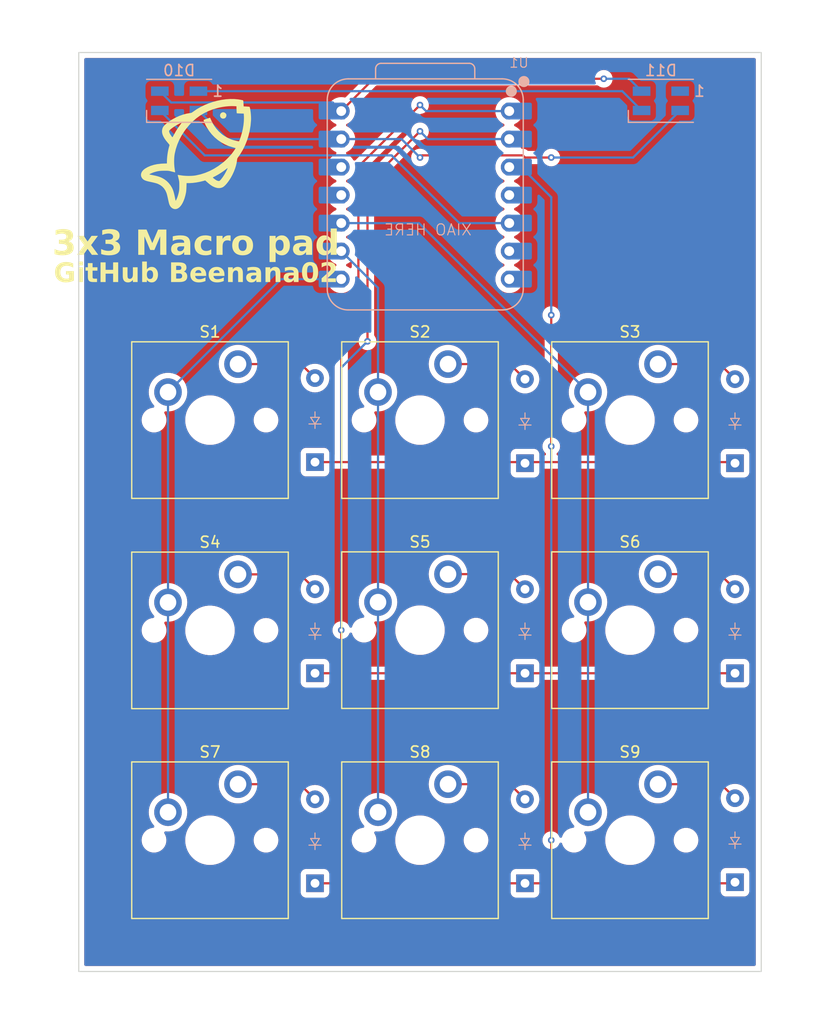
<source format=kicad_pcb>
(kicad_pcb (version 20240108) (generator "pcbnew") (generator_version "8.0")
  (layers (0 "F.Cu" signal) (31 "B.Cu" signal) (34 "B.Paste" user) (35 "F.Paste" user) (36 "B.SilkS" user "B.Silkscreen") (37 "F.SilkS" user "F.Silkscreen") (38 "B.Mask" user) (39 "F.Mask" user) (44 "Edge.Cuts" user))
  (net 0 "")
  (net 1 "Row 0")
  (net 2 "Net-(D1-A)")
  (net 3 "Net-(D2-A)")
  (net 4 "Net-(D3-A)")
  (net 5 "Net-(D4-A)")
  (net 6 "Row 1")
  (net 7 "Net-(D5-A)")
  (net 8 "Net-(D6-A)")
  (net 9 "Net-(D7-A)")
  (net 10 "Row 2")
  (net 11 "Net-(D8-A)")
  (net 12 "Net-(D9-A)")
  (net 13 "Column 0")
  (net 14 "Column 1")
  (net 15 "Column 2")
  (net 16 "GND")
  (net 19 "Net-(D10-DIN)")
  (net 21 "Net-(D10-DOUT)")
  (net 24 "+5V")
  (footprint "ScottoKeebs_MX:MX_PCB_1.00u" (layer "F.Cu") (at 148.59 116.99875)
    (property "Reference" "S8" (at 0 -8 0) (layer "F.SilkS"))
    (property "Value" "Keyswitch")
    (fp_line (start -7.1 -7.1) (end -7.1 7.1) (stroke (width 0.12)) (layer "F.SilkS"))
    (fp_line (start -7.1 7.1) (end 7.1 7.1) (stroke (width 0.12)) (layer "F.SilkS"))
    (fp_line (start 7.1 -7.1) (end -7.1 -7.1) (stroke (width 0.12)) (layer "F.SilkS"))
    (fp_line (start 7.1 7.1) (end 7.1 -7.1) (stroke (width 0.12)) (layer "F.SilkS"))
    (pad "" np_thru_hole circle (at -5.08 0) (size 1.75 1.75) (drill 1.75) (layers "*.Cu" "*.Mask"))
    (pad "" np_thru_hole circle (at 0 0) (size 4 4) (drill 4) (layers "*.Cu" "*.Mask"))
    (pad "" np_thru_hole circle (at 5.08 0) (size 1.75 1.75) (drill 1.75) (layers "*.Cu" "*.Mask"))
    (pad "1" thru_hole circle (at -3.81 -2.54) (size 2.5 2.5) (drill 1.5) (layers "*.Cu" "*.Mask") (net 14 "Column 1"))
    (pad "2" thru_hole circle (at 2.54 -5.08) (size 2.5 2.5) (drill 1.5) (layers "*.Cu" "*.Mask") (net 11 "Net-(D8-A)"))
  )
  (footprint "ScottoKeebs_MX:MX_PCB_1.00u" (layer "F.Cu") (at 167.64 97.94875)
    (property "Reference" "S6" (at 0 -8 0) (layer "F.SilkS"))
    (property "Value" "Keyswitch")
    (fp_line (start -7.1 -7.1) (end -7.1 7.1) (stroke (width 0.12)) (layer "F.SilkS"))
    (fp_line (start -7.1 7.1) (end 7.1 7.1) (stroke (width 0.12)) (layer "F.SilkS"))
    (fp_line (start 7.1 -7.1) (end -7.1 -7.1) (stroke (width 0.12)) (layer "F.SilkS"))
    (fp_line (start 7.1 7.1) (end 7.1 -7.1) (stroke (width 0.12)) (layer "F.SilkS"))
    (pad "" np_thru_hole circle (at -5.08 0) (size 1.75 1.75) (drill 1.75) (layers "*.Cu" "*.Mask"))
    (pad "" np_thru_hole circle (at 0 0) (size 4 4) (drill 4) (layers "*.Cu" "*.Mask"))
    (pad "" np_thru_hole circle (at 5.08 0) (size 1.75 1.75) (drill 1.75) (layers "*.Cu" "*.Mask"))
    (pad "1" thru_hole circle (at -3.81 -2.54) (size 2.5 2.5) (drill 1.5) (layers "*.Cu" "*.Mask") (net 15 "Column 2"))
    (pad "2" thru_hole circle (at 2.54 -5.08) (size 2.5 2.5) (drill 1.5) (layers "*.Cu" "*.Mask") (net 8 "Net-(D6-A)"))
  )
  (footprint "ScottoKeebs_MX:MX_PCB_1.00u" (layer "F.Cu") (at 167.64 78.89875)
    (property "Reference" "S3" (at 0 -8 0) (layer "F.SilkS"))
    (property "Value" "Keyswitch")
    (fp_line (start -7.1 -7.1) (end -7.1 7.1) (stroke (width 0.12)) (layer "F.SilkS"))
    (fp_line (start -7.1 7.1) (end 7.1 7.1) (stroke (width 0.12)) (layer "F.SilkS"))
    (fp_line (start 7.1 -7.1) (end -7.1 -7.1) (stroke (width 0.12)) (layer "F.SilkS"))
    (fp_line (start 7.1 7.1) (end 7.1 -7.1) (stroke (width 0.12)) (layer "F.SilkS"))
    (pad "" np_thru_hole circle (at -5.08 0) (size 1.75 1.75) (drill 1.75) (layers "*.Cu" "*.Mask"))
    (pad "" np_thru_hole circle (at 0 0) (size 4 4) (drill 4) (layers "*.Cu" "*.Mask"))
    (pad "" np_thru_hole circle (at 5.08 0) (size 1.75 1.75) (drill 1.75) (layers "*.Cu" "*.Mask"))
    (pad "1" thru_hole circle (at -3.81 -2.54) (size 2.5 2.5) (drill 1.5) (layers "*.Cu" "*.Mask") (net 15 "Column 2"))
    (pad "2" thru_hole circle (at 2.54 -5.08) (size 2.5 2.5) (drill 1.5) (layers "*.Cu" "*.Mask") (net 4 "Net-(D3-A)"))
  )
  (footprint "ScottoKeebs_MX:MX_PCB_1.00u" (layer "F.Cu") (at 129.54 97.96875)
    (property "Reference" "S4" (at 0 -8 0) (layer "F.SilkS"))
    (property "Value" "Keyswitch")
    (fp_line (start -7.1 -7.1) (end -7.1 7.1) (stroke (width 0.12)) (layer "F.SilkS"))
    (fp_line (start -7.1 7.1) (end 7.1 7.1) (stroke (width 0.12)) (layer "F.SilkS"))
    (fp_line (start 7.1 -7.1) (end -7.1 -7.1) (stroke (width 0.12)) (layer "F.SilkS"))
    (fp_line (start 7.1 7.1) (end 7.1 -7.1) (stroke (width 0.12)) (layer "F.SilkS"))
    (pad "" np_thru_hole circle (at -5.08 0) (size 1.75 1.75) (drill 1.75) (layers "*.Cu" "*.Mask"))
    (pad "" np_thru_hole circle (at 0 0) (size 4 4) (drill 4) (layers "*.Cu" "*.Mask"))
    (pad "" np_thru_hole circle (at 5.08 0) (size 1.75 1.75) (drill 1.75) (layers "*.Cu" "*.Mask"))
    (pad "1" thru_hole circle (at -3.81 -2.54) (size 2.5 2.5) (drill 1.5) (layers "*.Cu" "*.Mask") (net 13 "Column 0"))
    (pad "2" thru_hole circle (at 2.54 -5.08) (size 2.5 2.5) (drill 1.5) (layers "*.Cu" "*.Mask") (net 5 "Net-(D4-A)"))
  )
  (footprint "customImages:fishy" (layer "F.Cu") (at 128.27 54.76875)
    (property "Reference" "G***" (hide yes))
    (property "Value" "LOGO" (hide yes))
    (fp_poly (pts (xy 2.5652 -3.772477) (xy 2.651243 -3.72279) (xy 2.720562 -3.651737) (xy 2.753932 -3.57613) (xy 2.758523 -3.487462) (xy 2.736641 -3.396352) (xy 2.690593 -3.313421) (xy 2.635039 -3.257933) (xy 2.569753 -3.227434) (xy 2.486766 -3.212066) (xy 2.405297 -3.214154) (xy 2.364154 -3.225161) (xy 2.275987 -3.27948) (xy 2.216853 -3.35155) (xy 2.185418 -3.434662) (xy 2.180347 -3.522106) (xy 2.200307 -3.607173) (xy 2.243963 -3.683152) (xy 2.30998 -3.743334) (xy 2.397025 -3.781009) (xy 2.476563 -3.790462)) (fill solid) (layer "F.SilkS"))
    (fp_poly (pts (xy 3.46776 -4.989909) (xy 3.827633 -4.95689) (xy 4.034692 -4.922031) (xy 4.120429 -4.904596) (xy 4.19395 -4.889093) (xy 4.245362 -4.877636) (xy 4.262105 -4.873402) (xy 4.275448 -4.86372) (xy 4.285593 -4.839906) (xy 4.2935 -4.796106) (xy 4.300133 -4.726464) (xy 4.306452 -4.625127) (xy 4.308155 -4.592998) (xy 4.322177 -4.322178) (xy 4.592997 -4.308156) (xy 4.703497 -4.301761) (xy 4.780785 -4.295302) (xy 4.830716 -4.287817) (xy 4.859144 -4.278344) (xy 4.871924 -4.265921) (xy 4.873401 -4.262105) (xy 4.906706 -4.127708) (xy 4.936217 -3.964146) (xy 4.960949 -3.781229) (xy 4.979919 -3.588767) (xy 4.992142 -3.396572) (xy 4.996633 -3.214452) (xy 4.993266 -3.067539) (xy 4.950758 -2.590598) (xy 4.873988 -2.12071) (xy 4.764059 -1.66106) (xy 4.622075 -1.214833) (xy 4.44914 -0.785215) (xy 4.24636 -0.375392) (xy 4.014837 0.01145) (xy 3.838563 0.263769) (xy 3.788391 0.333392) (xy 3.757105 0.386049) (xy 3.739186 0.435292) (xy 3.729116 0.494675) (xy 3.72421 0.544625) (xy 3.68933 0.789865) (xy 3.627349 1.05346) (xy 3.540812 1.328306) (xy 3.432264 1.6073) (xy 3.304251 1.883338) (xy 3.159317 2.149317) (xy 3.134084 2.191529) (xy 3.015543 2.376641) (xy 2.893821 2.547007) (xy 2.772415 2.698594) (xy 2.654821 2.827375) (xy 2.544538 2.929317) (xy 2.445063 3.000392) (xy 2.42064 3.013701) (xy 2.264568 3.070727) (xy 2.096273 3.09176) (xy 1.918048 3.077088) (xy 1.732191 3.026995) (xy 1.540995 2.941769) (xy 1.455837 2.893254) (xy 1.379321 2.844702) (xy 1.304068 2.792001) (xy 1.223215 2.729808) (xy 1.129901 2.652783) (xy 1.017264 2.555584) (xy 0.979888 2.522757) (xy 0.836315 2.396282) (xy 0.677042 2.439682) (xy 0.349201 2.519423) (xy 0.025006 2.579685) (xy -0.287077 2.619204) (xy -0.578582 2.636714) (xy -0.647022 2.637504) (xy -0.854429 2.637692) (xy -0.865182 2.9845) (xy -0.870544 3.110928) (xy -0.878428 3.236727) (xy -0.887997 3.351346) (xy -0.898411 3.444234) (xy -0.905172 3.487615) (xy -0.965544 3.763654) (xy -1.038348 4.015937) (xy -1.122394 4.242918) (xy -1.216492 4.443051) (xy -1.31945 4.61479) (xy -1.430079 4.756588) (xy -1.547188 4.866899) (xy -1.669586 4.944177) (xy -1.796084 4.986875) (xy -1.925489 4.993448) (xy -2.044138 4.966957) (xy -2.173684 4.901549) (xy -2.28209 4.804474) (xy -2.370247 4.674766) (xy -2.423162 4.556698) (xy -2.440073 4.502691) (xy -2.462379 4.418588) (xy -2.488072 4.312663) (xy -2.515142 4.193189) (xy -2.540947 4.071539) (xy -2.569035 3.94122) (xy -2.599595 3.811141) (xy -2.630135 3.691143) (xy -2.658163 3.591066) (xy -2.678749 3.527349) (xy -2.776874 3.31013) (xy -2.904316 3.118547) (xy -3.060005 2.953671) (xy -3.242868 2.816574) (xy -3.451835 2.708324) (xy -3.528463 2.678346) (xy -3.602513 2.654723) (xy -3.705163 2.626383) (xy -3.826604 2.595809) (xy -3.957026 2.565481) (xy -4.07154 2.540946) (xy -4.260013 2.500541) (xy -4.414561 2.462706) (xy -4.540061 2.425391) (xy -4.641389 2.386547) (xy -4.723424 2.344125) (xy -4.791042 2.296075) (xy -4.849121 2.240349) (xy -4.883461 2.199808) (xy -4.955375 2.080902) (xy -4.990397 1.955311) (xy -4.989616 1.84902) (xy -4.230077 1.84902) (xy -4.205337 1.854862) (xy -4.148943 1.867085) (xy -4.067536 1.884281) (xy -3.967754 1.905048) (xy -3.877812 1.923563) (xy -3.666711 1.969437) (xy -3.487209 2.014887) (xy -3.331957 2.06263) (xy -3.193603 2.115383) (xy -3.064797 2.175865) (xy -2.938188 2.246793) (xy -2.844896 2.305442) (xy -2.656868 2.448736) (xy -2.480813 2.623062) (xy -2.323315 2.820749) (xy -2.190961 3.034125) (xy -2.14986 3.115136) (xy -2.098349 3.2338) (xy -2.051162 3.366358) (xy -2.006414 3.519202) (xy -1.96222 3.698725) (xy -1.920409 3.893038) (xy -1.897528 4.003532) (xy -1.877037 4.099481) (xy -1.860275 4.174859) (xy -1.84858 4.223636) (xy -1.843396 4.239846) (xy -1.83222 4.223809) (xy -1.808676 4.181621) (xy -1.777704 4.122164) (xy -1.775459 4.11773) (xy -1.701122 3.948394) (xy -1.633253 3.749528) (xy -1.574946 3.53053) (xy -1.559948 3.463092) (xy -1.543428 3.379405) (xy -1.531441 3.301261) (xy -1.523301 3.219648) (xy -1.518327 3.125553) (xy -1.515835 3.009965) (xy -1.515144 2.872154) (xy -1.515304 2.739823) (xy -1.516591 2.637409) (xy -1.519999 2.555749) (xy -1.52652 2.485683) (xy -1.537145 2.41805) (xy -1.552867 2.34369) (xy -1.574678 2.25344) (xy -1.587864 2.200743) (xy -1.604582 2.133581) (xy 1.524 2.133581) (xy 1.538754 2.151042) (xy 1.577713 2.184688) (xy 1.632925 2.228507) (xy 1.696435 2.276486) (xy 1.760291 2.322612) (xy 1.816537 2.360871) (xy 1.856154 2.3847) (xy 1.937019 2.418817) (xy 2.018791 2.440404) (xy 2.087419 2.446228) (xy 2.109677 2.443006) (xy 2.144563 2.422421) (xy 2.194363 2.37906) (xy 2.250069 2.321044) (xy 2.268304 2.29996) (xy 2.428522 2.090554) (xy 2.58338 1.851103) (xy 2.727111 1.590638) (xy 2.74867 1.547658) (xy 2.793098 1.45608) (xy 2.829599 1.377391) (xy 2.855365 1.317928) (xy 2.867588 1.284028) (xy 2.867867 1.278738) (xy 2.849619 1.285984) (xy 2.80819 1.313052) (xy 2.750699 1.355092) (xy 2.713343 1.383997) (xy 2.488478 1.552113) (xy 2.247633 1.715671) (xy 2.003007 1.866881) (xy 1.766799 1.997952) (xy 1.694961 2.03438) (xy 1.622144 2.071774) (xy 1.564762 2.103926) (xy 1.530406 2.12643) (xy 1.524 2.133581) (xy -1.604582 2.133581) (xy -1.6131 2.099361) (xy -1.634549 2.01156) (xy -1.65056 1.944231) (xy -1.659481 1.904266) (xy -1.66077 1.896554) (xy -1.642646 1.894812) (xy -1.59271 1.89916) (xy -1.517612 1.908793) (xy -1.424004 1.922908) (xy -1.372577 1.931356) (xy -1.155103 1.960194) (xy -0.918417 1.977878) (xy -0.673931 1.984357) (xy -0.433057 1.979581) (xy -0.207205 1.963498) (xy -0.015324 1.937411) (xy 0.410566 1.841986) (xy 0.828776 1.708554) (xy 1.23827 1.537617) (xy 1.638009 1.329676) (xy 2.026954 1.085232) (xy 2.404067 0.804788) (xy 2.510692 0.717113) (xy 2.637653 0.605602) (xy 2.774334 0.477269) (xy 2.912135 0.340789) (xy 3.042456 0.204834) (xy 3.156695 0.078079) (xy 3.223462 -0.001745) (xy 3.285832 -0.081819) (xy 3.351286 -0.16962) (xy 3.415909 -0.259433) (xy 3.475783 -0.345541) (xy 3.526994 -0.422227) (xy 3.565625 -0.483775) (xy 3.587761 -0.524468) (xy 3.590936 -0.538192) (xy 3.570176 -0.545699) (xy 3.51912 -0.560633) (xy 3.445363 -0.580857) (xy 3.356499 -0.604234) (xy 3.353008 -0.605135) (xy 2.982378 -0.720431) (xy 2.629502 -0.869981) (xy 2.296164 -1.052375) (xy 1.984149 -1.266203) (xy 1.695241 -1.510053) (xy 1.431225 -1.782515) (xy 1.193887 -2.082179) (xy 0.985009 -2.407633) (xy 0.917446 -2.530231) (xy 0.877243 -2.610077) (xy 0.833854 -2.702443) (xy 0.79056 -2.79956) (xy 0.750645 -2.893658) (xy 0.717393 -2.976967) (xy 0.694088 -3.041716) (xy 0.684014 -3.080137) (xy 0.683846 -3.082995) (xy 0.701403 -3.095928) (xy 0.749771 -3.118009) (xy 0.822497 -3.146625) (xy 0.913129 -3.179161) (xy 0.962269 -3.195793) (xy 1.061238 -3.228688) (xy 1.147604 -3.257479) (xy 1.214294 -3.279802) (xy 1.254241 -3.293292) (xy 1.261719 -3.295892) (xy 1.278085 -3.282732) (xy 1.30271 -3.240948) (xy 1.330926 -3.178796) (xy 1.337958 -3.161134) (xy 1.472814 -2.863721) (xy 1.641316 -2.576677) (xy 1.839012 -2.305734) (xy 2.06145 -2.056619) (xy 2.304178 -1.835064) (xy 2.461846 -1.714802) (xy 2.613055 -1.616674) (xy 2.788503 -1.517369) (xy 2.974239 -1.423979) (xy 3.156311 -1.343597) (xy 3.29223 -1.292655) (xy 3.368363 -1.269141) (xy 3.462597 -1.243203) (xy 3.565754 -1.217002) (xy 3.668659 -1.192699) (xy 3.762136 -1.172456) (xy 3.837008 -1.158434) (xy 3.884099 -1.152795) (xy 3.886076 -1.15277) (xy 3.899706 -1.159681) (xy 3.916166 -1.183082) (xy 3.937139 -1.226967) (xy 3.964309 -1.295334) (xy 3.999358 -1.392179) (xy 4.043969 -1.5215) (xy 4.054761 -1.553308) (xy 4.159807 -1.900793) (xy 4.243007 -2.255316) (xy 4.303214 -2.609247) (xy 4.339278 -2.954952) (xy 4.350052 -3.284801) (xy 4.343777 -3.473924) (xy 4.331939 -3.66824) (xy 4.022205 -3.677166) (xy 3.915917 -3.680999) (xy 3.82366 -3.685784) (xy 3.75238 -3.691043) (xy 3.709024 -3.696303) (xy 3.699282 -3.699282) (xy 3.694253 -3.722386) (xy 3.688937 -3.777612) (xy 3.683808 -3.858016) (xy 3.679343 -3.956651) (xy 3.677166 -4.022206) (xy 3.668239 -4.33194) (xy 3.473923 -4.343778) (xy 3.23311 -4.348969) (xy 2.967612 -4.337863) (xy 2.68773 -4.311572) (xy 2.403764 -4.271207) (xy 2.126016 -4.21788) (xy 1.973384 -4.181845) (xy 1.536337 -4.053042) (xy 1.123632 -3.894525) (xy 0.73412 -3.705492) (xy 0.366654 -3.485136) (xy 0.020085 -3.232654) (xy -0.306735 -2.947242) (xy -0.614955 -2.628094) (xy -0.905724 -2.274407) (xy -1.067932 -2.051539) (xy -1.311248 -1.670246) (xy -1.520073 -1.275064) (xy -1.693324 -0.868561) (xy -1.829922 -0.453305) (xy -1.928786 -0.031867) (xy -1.937412 0.015323) (xy -1.964384 0.216054) (xy -1.980001 0.44275) (xy -1.984313 0.683998) (xy -1.977372 0.928388) (xy -1.959227 1.164508) (xy -1.931357 1.372577) (xy -1.915309 1.472918) (xy -1.903344 1.55806) (xy -1.896266 1.621352) (xy -1.894877 1.656141) (xy -1.896555 1.660769) (xy -1.919368 1.656239) (xy -1.973167 1.643751) (xy -2.051061 1.624955) (xy -2.14616 1.601504) (xy -2.200743 1.587863) (xy -2.3021 1.562712) (xy -2.383088 1.544136) (xy -2.452867 1.531142) (xy -2.520598 1.522738) (xy -2.595442 1.517931) (xy -2.686561 1.51573) (xy -2.803114 1.515143) (xy -2.872154 1.515143) (xy -3.07741 1.518537) (xy -3.254829 1.529576) (xy -3.415181 1.549871) (xy -3.569239 1.581036) (xy -3.727774 1.624681) (xy -3.834324 1.659151) (xy -3.915886 1.688884) (xy -4.000179 1.723165) (xy -4.080464 1.75876) (xy -4.15 1.792436) (xy -4.202048 1.820959) (xy -4.229869 1.841096) (xy -4.230077 1.84902) (xy -4.989616 1.84902) (xy -4.989448 1.82621) (xy -4.953449 1.696771) (xy -4.883321 1.570167) (xy -4.779985 1.449572) (xy -4.644362 1.33816) (xy -4.630642 1.328718) (xy -4.391436 1.188527) (xy -4.123615 1.072292) (xy -3.830043 0.980819) (xy -3.513587 0.914915) (xy -3.177115 0.875388) (xy -2.9845 0.865181) (xy -2.637693 0.854429) (xy -2.637483 0.656791) (xy -2.630961 0.459958) (xy -2.612888 0.2421) (xy -2.584923 0.014461) (xy -2.548728 -0.211711) (xy -2.505962 -0.42517) (xy -2.458287 -0.61467) (xy -2.441454 -0.671004) (xy -2.42176 -0.737552) (xy -2.408018 -0.791102) (xy -2.403483 -0.817407) (xy -2.415668 -0.841717) (xy -2.448953 -0.888039) (xy -2.49811 -0.949508) (xy -2.552206 -1.012791) (xy -2.729428 -1.228145) (xy -2.870522 -1.430948) (xy -2.975895 -1.622512) (xy -3.045954 -1.804146) (xy -3.081108 -1.977161) (xy -3.081462 -2.066598) (xy -2.439536 -2.066598) (xy -2.434799 -2.031963) (xy -2.417431 -1.964022) (xy -2.388868 -1.887924) (xy -2.375521 -1.859424) (xy -2.343775 -1.803199) (xy -2.301524 -1.736755) (xy -2.254471 -1.668029) (xy -2.208317 -1.604958) (xy -2.168764 -1.555479) (xy -2.141514 -1.527529) (xy -2.134618 -1.524087) (xy -2.120695 -1.540529) (xy -2.093255 -1.585371) (xy -2.056115 -1.651991) (xy -2.013091 -1.733767) (xy -2.007912 -1.743895) (xy -1.810767 -2.096613) (xy -1.579654 -2.449077) (xy -1.462423 -2.610159) (xy -1.402286 -2.691414) (xy -1.352384 -2.76116) (xy -1.316626 -2.813742) (xy -1.298928 -2.843506) (xy -1.297906 -2.847958) (xy -1.31732 -2.842679) (xy -1.36501 -2.82262) (xy -1.434425 -2.790722) (xy -1.519014 -2.749929) (xy -1.546872 -2.736146) (xy -1.707173 -2.651113) (xy -1.870561 -2.554957) (xy -2.028169 -2.453499) (xy -2.171129 -2.352557) (xy -2.290574 -2.25795) (xy -2.332711 -2.220467) (xy -2.389645 -2.16644) (xy -2.422958 -2.129192) (xy -2.437854 -2.099114) (xy -2.439536 -2.066598) (xy -3.081462 -2.066598) (xy -3.081763 -2.142868) (xy -3.048328 -2.302578) (xy -2.994017 -2.433407) (xy -2.942382 -2.51076) (xy -2.861316 -2.602136) (xy -2.755892 -2.703211) (xy -2.631182 -2.809663) (xy -2.492256 -2.917166) (xy -2.344188 -3.021398) (xy -2.192048 -3.118035) (xy -2.188308 -3.120273) (xy -1.854459 -3.303462) (xy -1.518294 -3.456063) (xy -1.183953 -3.576572) (xy -0.855575 -3.663482) (xy -0.559364 -3.712813) (xy -0.482976 -3.723089) (xy -0.426563 -3.736577) (xy -0.376754 -3.758919) (xy -0.320177 -3.795754) (xy -0.263467 -3.837633) (xy 0.055248 -4.057692) (xy 0.397653 -4.257381) (xy 0.759398 -4.435604) (xy 1.136135 -4.591262) (xy 1.523511 -4.723259) (xy 1.917179 -4.830497) (xy 2.312787 -4.911878) (xy 2.705987 -4.966306) (xy 3.092428 -4.992682)) (fill solid) (layer "F.SilkS"))
  )
  (footprint "ScottoKeebs_MX:MX_PCB_1.00u" (layer "F.Cu") (at 129.54 78.89875)
    (property "Reference" "S1" (at 0 -8 0) (layer "F.SilkS"))
    (property "Value" "Keyswitch")
    (fp_line (start -7.1 -7.1) (end -7.1 7.1) (stroke (width 0.12)) (layer "F.SilkS"))
    (fp_line (start -7.1 7.1) (end 7.1 7.1) (stroke (width 0.12)) (layer "F.SilkS"))
    (fp_line (start 7.1 -7.1) (end -7.1 -7.1) (stroke (width 0.12)) (layer "F.SilkS"))
    (fp_line (start 7.1 7.1) (end 7.1 -7.1) (stroke (width 0.12)) (layer "F.SilkS"))
    (pad "" np_thru_hole circle (at -5.08 0) (size 1.75 1.75) (drill 1.75) (layers "*.Cu" "*.Mask"))
    (pad "" np_thru_hole circle (at 0 0) (size 4 4) (drill 4) (layers "*.Cu" "*.Mask"))
    (pad "" np_thru_hole circle (at 5.08 0) (size 1.75 1.75) (drill 1.75) (layers "*.Cu" "*.Mask"))
    (pad "1" thru_hole circle (at -3.81 -2.54) (size 2.5 2.5) (drill 1.5) (layers "*.Cu" "*.Mask") (net 13 "Column 0"))
    (pad "2" thru_hole circle (at 2.54 -5.08) (size 2.5 2.5) (drill 1.5) (layers "*.Cu" "*.Mask") (net 2 "Net-(D1-A)"))
  )
  (footprint "ScottoKeebs_MX:MX_PCB_1.00u" (layer "F.Cu") (at 167.64 116.99875)
    (property "Reference" "S9" (at 0 -8 0) (layer "F.SilkS"))
    (property "Value" "Keyswitch")
    (fp_line (start -7.1 -7.1) (end -7.1 7.1) (stroke (width 0.12)) (layer "F.SilkS"))
    (fp_line (start -7.1 7.1) (end 7.1 7.1) (stroke (width 0.12)) (layer "F.SilkS"))
    (fp_line (start 7.1 -7.1) (end -7.1 -7.1) (stroke (width 0.12)) (layer "F.SilkS"))
    (fp_line (start 7.1 7.1) (end 7.1 -7.1) (stroke (width 0.12)) (layer "F.SilkS"))
    (pad "" np_thru_hole circle (at -5.08 0) (size 1.75 1.75) (drill 1.75) (layers "*.Cu" "*.Mask"))
    (pad "" np_thru_hole circle (at 0 0) (size 4 4) (drill 4) (layers "*.Cu" "*.Mask"))
    (pad "" np_thru_hole circle (at 5.08 0) (size 1.75 1.75) (drill 1.75) (layers "*.Cu" "*.Mask"))
    (pad "1" thru_hole circle (at -3.81 -2.54) (size 2.5 2.5) (drill 1.5) (layers "*.Cu" "*.Mask") (net 15 "Column 2"))
    (pad "2" thru_hole circle (at 2.54 -5.08) (size 2.5 2.5) (drill 1.5) (layers "*.Cu" "*.Mask") (net 12 "Net-(D9-A)"))
  )
  (footprint "ScottoKeebs_MX:MX_PCB_1.00u" (layer "F.Cu") (at 129.54 116.99875)
    (property "Reference" "S7" (at 0 -8 0) (layer "F.SilkS"))
    (property "Value" "Keyswitch")
    (fp_line (start -7.1 -7.1) (end -7.1 7.1) (stroke (width 0.12)) (layer "F.SilkS"))
    (fp_line (start -7.1 7.1) (end 7.1 7.1) (stroke (width 0.12)) (layer "F.SilkS"))
    (fp_line (start 7.1 -7.1) (end -7.1 -7.1) (stroke (width 0.12)) (layer "F.SilkS"))
    (fp_line (start 7.1 7.1) (end 7.1 -7.1) (stroke (width 0.12)) (layer "F.SilkS"))
    (pad "" np_thru_hole circle (at -5.08 0) (size 1.75 1.75) (drill 1.75) (layers "*.Cu" "*.Mask"))
    (pad "" np_thru_hole circle (at 0 0) (size 4 4) (drill 4) (layers "*.Cu" "*.Mask"))
    (pad "" np_thru_hole circle (at 5.08 0) (size 1.75 1.75) (drill 1.75) (layers "*.Cu" "*.Mask"))
    (pad "1" thru_hole circle (at -3.81 -2.54) (size 2.5 2.5) (drill 1.5) (layers "*.Cu" "*.Mask") (net 13 "Column 0"))
    (pad "2" thru_hole circle (at 2.54 -5.08) (size 2.5 2.5) (drill 1.5) (layers "*.Cu" "*.Mask") (net 9 "Net-(D7-A)"))
  )
  (footprint "ScottoKeebs_MX:MX_PCB_1.00u" (layer "F.Cu") (at 148.59 78.89875)
    (property "Reference" "S2" (at 0 -8 0) (layer "F.SilkS"))
    (property "Value" "Keyswitch")
    (fp_line (start -7.1 -7.1) (end -7.1 7.1) (stroke (width 0.12)) (layer "F.SilkS"))
    (fp_line (start -7.1 7.1) (end 7.1 7.1) (stroke (width 0.12)) (layer "F.SilkS"))
    (fp_line (start 7.1 -7.1) (end -7.1 -7.1) (stroke (width 0.12)) (layer "F.SilkS"))
    (fp_line (start 7.1 7.1) (end 7.1 -7.1) (stroke (width 0.12)) (layer "F.SilkS"))
    (pad "" np_thru_hole circle (at -5.08 0) (size 1.75 1.75) (drill 1.75) (layers "*.Cu" "*.Mask"))
    (pad "" np_thru_hole circle (at 0 0) (size 4 4) (drill 4) (layers "*.Cu" "*.Mask"))
    (pad "" np_thru_hole circle (at 5.08 0) (size 1.75 1.75) (drill 1.75) (layers "*.Cu" "*.Mask"))
    (pad "1" thru_hole circle (at -3.81 -2.54) (size 2.5 2.5) (drill 1.5) (layers "*.Cu" "*.Mask") (net 14 "Column 1"))
    (pad "2" thru_hole circle (at 2.54 -5.08) (size 2.5 2.5) (drill 1.5) (layers "*.Cu" "*.Mask") (net 3 "Net-(D2-A)"))
  )
  (footprint "ScottoKeebs_MX:MX_PCB_1.00u" (layer "F.Cu") (at 148.59 97.94875)
    (property "Reference" "S5" (at 0 -8 0) (layer "F.SilkS"))
    (property "Value" "Keyswitch")
    (fp_line (start -7.1 -7.1) (end -7.1 7.1) (stroke (width 0.12)) (layer "F.SilkS"))
    (fp_line (start -7.1 7.1) (end 7.1 7.1) (stroke (width 0.12)) (layer "F.SilkS"))
    (fp_line (start 7.1 -7.1) (end -7.1 -7.1) (stroke (width 0.12)) (layer "F.SilkS"))
    (fp_line (start 7.1 7.1) (end 7.1 -7.1) (stroke (width 0.12)) (layer "F.SilkS"))
    (pad "" np_thru_hole circle (at -5.08 0) (size 1.75 1.75) (drill 1.75) (layers "*.Cu" "*.Mask"))
    (pad "" np_thru_hole circle (at 0 0) (size 4 4) (drill 4) (layers "*.Cu" "*.Mask"))
    (pad "" np_thru_hole circle (at 5.08 0) (size 1.75 1.75) (drill 1.75) (layers "*.Cu" "*.Mask"))
    (pad "1" thru_hole circle (at -3.81 -2.54) (size 2.5 2.5) (drill 1.5) (layers "*.Cu" "*.Mask") (net 14 "Column 1"))
    (pad "2" thru_hole circle (at 2.54 -5.08) (size 2.5 2.5) (drill 1.5) (layers "*.Cu" "*.Mask") (net 7 "Net-(D5-A)"))
  )
  (footprint "ScottoKeebs_Components:Diode_DO-35" (layer "B.Cu") (at 177.165 101.85625 90)
    (property "Reference" "D6" (hide yes))
    (property "Value" "Diode" (hide yes))
    (fp_line (start 3.46 -0.55) (end 3.46 0.55) (stroke (width 0.1)) (layer "B.SilkS"))
    (fp_line (start 4.06 -0.4) (end 4.06 0.4) (stroke (width 0.1)) (layer "B.SilkS"))
    (fp_line (start 4.56 0) (end 4.06 0) (stroke (width 0.1)) (layer "B.SilkS"))
    (fp_line (start 3.46 0) (end 4.06 -0.4) (stroke (width 0.1)) (layer "B.SilkS"))
    (fp_line (start 3.46 0) (end 3.06 0) (stroke (width 0.1)) (layer "B.SilkS"))
    (fp_line (start 4.06 0.4) (end 3.46 0) (stroke (width 0.1)) (layer "B.SilkS"))
    (pad "1" thru_hole rect (at 0 0 90) (size 1.6 1.6) (drill 0.8) (layers "*.Cu" "*.Mask") (net 6 "Row 1"))
    (pad "2" thru_hole oval (at 7.62 0 90) (size 1.6 1.6) (drill 0.8) (layers "*.Cu" "*.Mask") (net 8 "Net-(D6-A)"))
  )
  (footprint "LED_SMD:LED_SK6812MINI_PLCC4_3.5x3.5mm_P1.75mm" (layer "B.Cu") (at 170.44 49.9425 180)
    (property "Reference" "D11" (at 0 2.75 0) (layer "B.SilkS") (effects (justify mirror)))
    (property "Value" "SK6812MINI")
    (fp_line (start 2.95 1.95) (end -2.95 1.95) (stroke (width 0.12)) (layer "B.SilkS"))
    (fp_line (start 2.95 -0.875) (end 2.95 -1.95) (stroke (width 0.12)) (layer "B.SilkS"))
    (fp_line (start 2.95 -1.95) (end -2.95 -1.95) (stroke (width 0.12)) (layer "B.SilkS"))
    (fp_text user "1" (at -3.5 0.875 0) (layer "B.SilkS") (effects (justify mirror)))
    (pad "1" smd rect (at -1.75 0.875 180) (size 1.6 0.85) (layers "B.Cu" "B.Paste" "B.Mask"))
    (pad "2" smd rect (at -1.75 -0.875 180) (size 1.6 0.85) (layers "B.Cu" "B.Paste" "B.Mask") (net 16 "GND"))
    (pad "3" smd rect (at 1.75 -0.875 180) (size 1.6 0.85) (layers "B.Cu" "B.Paste" "B.Mask") (net 21 "Net-(D10-DOUT)"))
    (pad "4" smd rect (at 1.75 0.875 180) (size 1.6 0.85) (layers "B.Cu" "B.Paste" "B.Mask") (net 24 "+5V"))
  )
  (footprint "ScottoKeebs_Components:Diode_DO-35" (layer "B.Cu") (at 158.115 120.90625 90)
    (property "Reference" "D8" (hide yes))
    (property "Value" "Diode" (hide yes))
    (fp_line (start 3.46 -0.55) (end 3.46 0.55) (stroke (width 0.1)) (layer "B.SilkS"))
    (fp_line (start 4.06 -0.4) (end 4.06 0.4) (stroke (width 0.1)) (layer "B.SilkS"))
    (fp_line (start 4.56 0) (end 4.06 0) (stroke (width 0.1)) (layer "B.SilkS"))
    (fp_line (start 3.46 0) (end 4.06 -0.4) (stroke (width 0.1)) (layer "B.SilkS"))
    (fp_line (start 3.46 0) (end 3.06 0) (stroke (width 0.1)) (layer "B.SilkS"))
    (fp_line (start 4.06 0.4) (end 3.46 0) (stroke (width 0.1)) (layer "B.SilkS"))
    (pad "1" thru_hole rect (at 0 0 90) (size 1.6 1.6) (drill 0.8) (layers "*.Cu" "*.Mask") (net 10 "Row 2"))
    (pad "2" thru_hole oval (at 7.62 0 90) (size 1.6 1.6) (drill 0.8) (layers "*.Cu" "*.Mask") (net 11 "Net-(D8-A)"))
  )
  (footprint "ScottoKeebs_Components:Diode_DO-35" (layer "B.Cu") (at 177.165 82.80625 90)
    (property "Reference" "D3" (hide yes))
    (property "Value" "Diode" (hide yes))
    (fp_line (start 3.46 -0.55) (end 3.46 0.55) (stroke (width 0.1)) (layer "B.SilkS"))
    (fp_line (start 4.06 -0.4) (end 4.06 0.4) (stroke (width 0.1)) (layer "B.SilkS"))
    (fp_line (start 4.56 0) (end 4.06 0) (stroke (width 0.1)) (layer "B.SilkS"))
    (fp_line (start 3.46 0) (end 4.06 -0.4) (stroke (width 0.1)) (layer "B.SilkS"))
    (fp_line (start 3.46 0) (end 3.06 0) (stroke (width 0.1)) (layer "B.SilkS"))
    (fp_line (start 4.06 0.4) (end 3.46 0) (stroke (width 0.1)) (layer "B.SilkS"))
    (pad "1" thru_hole rect (at 0 0 90) (size 1.6 1.6) (drill 0.8) (layers "*.Cu" "*.Mask") (net 1 "Row 0"))
    (pad "2" thru_hole oval (at 7.62 0 90) (size 1.6 1.6) (drill 0.8) (layers "*.Cu" "*.Mask") (net 4 "Net-(D3-A)"))
  )
  (footprint "ScottoKeebs_Components:Diode_DO-35" (layer "B.Cu") (at 158.115 82.80625 90)
    (property "Reference" "D2" (hide yes))
    (property "Value" "Diode" (hide yes))
    (fp_line (start 3.46 -0.55) (end 3.46 0.55) (stroke (width 0.1)) (layer "B.SilkS"))
    (fp_line (start 4.06 -0.4) (end 4.06 0.4) (stroke (width 0.1)) (layer "B.SilkS"))
    (fp_line (start 4.56 0) (end 4.06 0) (stroke (width 0.1)) (layer "B.SilkS"))
    (fp_line (start 3.46 0) (end 4.06 -0.4) (stroke (width 0.1)) (layer "B.SilkS"))
    (fp_line (start 3.46 0) (end 3.06 0) (stroke (width 0.1)) (layer "B.SilkS"))
    (fp_line (start 4.06 0.4) (end 3.46 0) (stroke (width 0.1)) (layer "B.SilkS"))
    (pad "1" thru_hole rect (at 0 0 90) (size 1.6 1.6) (drill 0.8) (layers "*.Cu" "*.Mask") (net 1 "Row 0"))
    (pad "2" thru_hole oval (at 7.62 0 90) (size 1.6 1.6) (drill 0.8) (layers "*.Cu" "*.Mask") (net 3 "Net-(D2-A)"))
  )
  (footprint "OPL:XIAO-RP2040-DIP" (layer "B.Cu") (at 149.06625 58.4925 180)
    (property "Reference" "U1" (at -8.5 12 0) (layer "B.SilkS") (effects (font (size 0.88 0.88) (thickness 0.1016)) (justify mirror)))
    (property "Value" "XIAO-RP2040-DIP")
    (fp_line (start 8.89 8.636) (end 8.89 -8.509) (stroke (width 0.127)) (layer "B.SilkS"))
    (fp_line (start 6.985 -10.414) (end -6.985 -10.414) (stroke (width 0.127)) (layer "B.SilkS"))
    (fp_line (start 4.504 10.541) (end 4.504 11.451) (stroke (width 0.127)) (layer "B.SilkS"))
    (fp_line (start 4.004 11.951) (end -3.991272 11.951) (stroke (width 0.127)) (layer "B.SilkS"))
    (fp_line (start -4.491272 11.451272) (end -4.495 10.541) (stroke (width 0.127)) (layer "B.SilkS"))
    (fp_line (start -6.985 10.541) (end 6.985 10.541) (stroke (width 0.1)) (layer "B.SilkS"))
    (fp_line (start -6.985 10.541) (end 6.985 10.541) (stroke (width 0.127)) (layer "B.SilkS"))
    (fp_line (start -8.89 8.636) (end -8.89 -8.509) (stroke (width 0.127)) (layer "B.SilkS"))
    (fp_arc (start 8.89 8.636) (mid 8.332038 9.983038) (end 6.985 10.541) (stroke (width 0.127)) (layer "B.SilkS"))
    (fp_arc (start 6.985 -10.414) (mid 8.332038 -9.856038) (end 8.89 -8.509) (stroke (width 0.127)) (layer "B.SilkS"))
    (fp_arc (start 4.504 11.451) (mid 4.357553 11.804553) (end 4.004 11.951) (stroke (width 0.127)) (layer "B.SilkS"))
    (fp_arc (start -3.991272 11.951) (mid -4.344724 11.804644) (end -4.491272 11.451272) (stroke (width 0.127)) (layer "B.SilkS"))
    (fp_arc (start -6.985 10.541) (mid -8.332038 9.983038) (end -8.89 8.636) (stroke (width 0.127)) (layer "B.SilkS"))
    (fp_arc (start -8.89 -8.509) (mid -8.332038 -9.856038) (end -6.985 -10.414) (stroke (width 0.127)) (layer "B.SilkS"))
    (fp_circle (center -7.807 9.42) (end -7.807 9.674) (stroke (width 0.5)) (fill solid) (layer "B.SilkS"))
    (fp_circle (center -8.95 10.3) (end -8.95 10.554) (stroke (width 0.5)) (fill solid) (layer "B.SilkS"))
    (pad "1" smd roundrect (at -8.455 7.62) (size 2.432 1.524) (layers "B.Cu" "B.Mask") (roundrect_rratio 0.1) (net 1 "Row 0"))
    (pad "1" thru_hole circle (at -7.62 7.62) (size 1.524 1.524) (drill 0.889) (layers "*.Cu" "*.Mask") (net 1 "Row 0"))
    (pad "2" smd roundrect (at -8.455 5.08) (size 2.432 1.524) (layers "B.Cu" "B.Mask") (roundrect_rratio 0.1) (net 6 "Row 1"))
    (pad "2" thru_hole circle (at -7.62 5.08) (size 1.524 1.524) (drill 0.889) (layers "*.Cu" "*.Mask") (net 6 "Row 1"))
    (pad "3" smd roundrect (at -8.455 2.54) (size 2.432 1.524) (layers "B.Cu" "B.Mask") (roundrect_rratio 0.1) (net 10 "Row 2"))
    (pad "3" thru_hole circle (at -7.62 2.54) (size 1.524 1.524) (drill 0.889) (layers "*.Cu" "*.Mask") (net 10 "Row 2"))
    (pad "4" smd roundrect (at -8.455 0) (size 2.432 1.524) (layers "B.Cu" "B.Mask") (roundrect_rratio 0.1))
    (pad "4" thru_hole circle (at -7.62 0) (size 1.524 1.524) (drill 0.889) (layers "*.Cu" "*.Mask"))
    (pad "5" smd roundrect (at -8.455 -2.54) (size 2.432 1.524) (layers "B.Cu" "B.Mask") (roundrect_rratio 0.1) (net 19 "Net-(D10-DIN)"))
    (pad "5" thru_hole circle (at -7.62 -2.54) (size 1.524 1.524) (drill 0.889) (layers "*.Cu" "*.Mask") (net 19 "Net-(D10-DIN)"))
    (pad "6" smd roundrect (at -8.455 -5.08) (size 2.432 1.524) (layers "B.Cu" "B.Mask") (roundrect_rratio 0.1))
    (pad "6" thru_hole circle (at -7.62 -5.08) (size 1.524 1.524) (drill 0.889) (layers "*.Cu" "*.Mask"))
    (pad "7" smd roundrect (at -8.455 -7.62) (size 2.432 1.524) (layers "B.Cu" "B.Mask") (roundrect_rratio 0.1))
    (pad "7" thru_hole circle (at -7.62 -7.62) (size 1.524 1.524) (drill 0.889) (layers "*.Cu" "*.Mask"))
    (pad "8" thru_hole circle (at 7.62 -7.62 180) (size 1.524 1.524) (drill 0.889) (layers "*.Cu" "*.Mask") (net 13 "Column 0"))
    (pad "8" smd roundrect (at 8.455 -7.62 180) (size 2.432 1.524) (layers "B.Cu" "B.Mask") (roundrect_rratio 0.1) (net 13 "Column 0"))
    (pad "9" thru_hole circle (at 7.62 -5.08 180) (size 1.524 1.524) (drill 0.889) (layers "*.Cu" "*.Mask") (net 14 "Column 1"))
    (pad "9" smd roundrect (at 8.455 -5.08 180) (size 2.432 1.524) (layers "B.Cu" "B.Mask") (roundrect_rratio 0.1) (net 14 "Column 1"))
    (pad "10" thru_hole circle (at 7.62 -2.54 180) (size 1.524 1.524) (drill 0.889) (layers "*.Cu" "*.Mask") (net 15 "Column 2"))
    (pad "10" smd roundrect (at 8.455 -2.54 180) (size 2.432 1.524) (layers "B.Cu" "B.Mask") (roundrect_rratio 0.1) (net 15 "Column 2"))
    (pad "11" thru_hole circle (at 7.62 0 180) (size 1.524 1.524) (drill 0.889) (layers "*.Cu" "*.Mask"))
    (pad "11" smd roundrect (at 8.455 0 180) (size 2.432 1.524) (layers "B.Cu" "B.Mask") (roundrect_rratio 0.1))
    (pad "12" thru_hole circle (at 7.62 2.54 180) (size 1.524 1.524) (drill 0.889) (layers "*.Cu" "*.Mask"))
    (pad "12" smd roundrect (at 8.455 2.54 180) (size 2.432 1.524) (layers "B.Cu" "B.Mask") (roundrect_rratio 0.1))
    (pad "13" thru_hole circle (at 7.62 5.08 180) (size 1.524 1.524) (drill 0.889) (layers "*.Cu" "*.Mask") (net 16 "GND"))
    (pad "13" smd roundrect (at 8.455 5.08 180) (size 2.432 1.524) (layers "B.Cu" "B.Mask") (roundrect_rratio 0.1) (net 16 "GND"))
    (pad "14" thru_hole circle (at 7.62 7.62 180) (size 1.524 1.524) (drill 0.889) (layers "*.Cu" "*.Mask") (net 24 "+5V"))
    (pad "14" smd roundrect (at 8.455 7.62 180) (size 2.432 1.524) (layers "B.Cu" "B.Mask") (roundrect_rratio 0.1) (net 24 "+5V"))
  )
  (footprint "ScottoKeebs_Components:Diode_DO-35" (layer "B.Cu") (at 139.065 120.90625 90)
    (property "Reference" "D7" (hide yes))
    (property "Value" "Diode" (hide yes))
    (fp_line (start 3.46 -0.55) (end 3.46 0.55) (stroke (width 0.1)) (layer "B.SilkS"))
    (fp_line (start 4.06 -0.4) (end 4.06 0.4) (stroke (width 0.1)) (layer "B.SilkS"))
    (fp_line (start 4.56 0) (end 4.06 0) (stroke (width 0.1)) (layer "B.SilkS"))
    (fp_line (start 3.46 0) (end 4.06 -0.4) (stroke (width 0.1)) (layer "B.SilkS"))
    (fp_line (start 3.46 0) (end 3.06 0) (stroke (width 0.1)) (layer "B.SilkS"))
    (fp_line (start 4.06 0.4) (end 3.46 0) (stroke (width 0.1)) (layer "B.SilkS"))
    (pad "1" thru_hole rect (at 0 0 90) (size 1.6 1.6) (drill 0.8) (layers "*.Cu" "*.Mask") (net 10 "Row 2"))
    (pad "2" thru_hole oval (at 7.62 0 90) (size 1.6 1.6) (drill 0.8) (layers "*.Cu" "*.Mask") (net 9 "Net-(D7-A)"))
  )
  (footprint "ScottoKeebs_Components:Diode_DO-35" (layer "B.Cu") (at 158.115 101.85625 90)
    (property "Reference" "D5" (hide yes))
    (property "Value" "Diode" (hide yes))
    (fp_line (start 3.46 -0.55) (end 3.46 0.55) (stroke (width 0.1)) (layer "B.SilkS"))
    (fp_line (start 4.06 -0.4) (end 4.06 0.4) (stroke (width 0.1)) (layer "B.SilkS"))
    (fp_line (start 4.56 0) (end 4.06 0) (stroke (width 0.1)) (layer "B.SilkS"))
    (fp_line (start 3.46 0) (end 4.06 -0.4) (stroke (width 0.1)) (layer "B.SilkS"))
    (fp_line (start 3.46 0) (end 3.06 0) (stroke (width 0.1)) (layer "B.SilkS"))
    (fp_line (start 4.06 0.4) (end 3.46 0) (stroke (width 0.1)) (layer "B.SilkS"))
    (pad "1" thru_hole rect (at 0 0 90) (size 1.6 1.6) (drill 0.8) (layers "*.Cu" "*.Mask") (net 6 "Row 1"))
    (pad "2" thru_hole oval (at 7.62 0 90) (size 1.6 1.6) (drill 0.8) (layers "*.Cu" "*.Mask") (net 7 "Net-(D5-A)"))
  )
  (footprint "ScottoKeebs_Components:Diode_DO-35" (layer "B.Cu") (at 177.165 120.80875 90)
    (property "Reference" "D9" (hide yes))
    (property "Value" "Diode" (hide yes))
    (fp_line (start 3.46 -0.55) (end 3.46 0.55) (stroke (width 0.1)) (layer "B.SilkS"))
    (fp_line (start 4.06 -0.4) (end 4.06 0.4) (stroke (width 0.1)) (layer "B.SilkS"))
    (fp_line (start 4.56 0) (end 4.06 0) (stroke (width 0.1)) (layer "B.SilkS"))
    (fp_line (start 3.46 0) (end 4.06 -0.4) (stroke (width 0.1)) (layer "B.SilkS"))
    (fp_line (start 3.46 0) (end 3.06 0) (stroke (width 0.1)) (layer "B.SilkS"))
    (fp_line (start 4.06 0.4) (end 3.46 0) (stroke (width 0.1)) (layer "B.SilkS"))
    (pad "1" thru_hole rect (at 0 0 90) (size 1.6 1.6) (drill 0.8) (layers "*.Cu" "*.Mask") (net 10 "Row 2"))
    (pad "2" thru_hole oval (at 7.62 0 90) (size 1.6 1.6) (drill 0.8) (layers "*.Cu" "*.Mask") (net 12 "Net-(D9-A)"))
  )
  (footprint "LED_SMD:LED_SK6812MINI_PLCC4_3.5x3.5mm_P1.75mm" (layer "B.Cu") (at 126.74 49.9425 180)
    (property "Reference" "D10" (at 0 2.75 0) (layer "B.SilkS") (effects (justify mirror)))
    (property "Value" "SK6812MINI")
    (fp_line (start 2.95 1.95) (end -2.95 1.95) (stroke (width 0.12)) (layer "B.SilkS"))
    (fp_line (start 2.95 -0.875) (end 2.95 -1.95) (stroke (width 0.12)) (layer "B.SilkS"))
    (fp_line (start 2.95 -1.95) (end -2.95 -1.95) (stroke (width 0.12)) (layer "B.SilkS"))
    (fp_text user "1" (at -3.5 0.875 0) (layer "B.SilkS") (effects (justify mirror)))
    (pad "1" smd rect (at -1.75 0.875 180) (size 1.6 0.85) (layers "B.Cu" "B.Paste" "B.Mask") (net 21 "Net-(D10-DOUT)"))
    (pad "2" smd rect (at -1.75 -0.875 180) (size 1.6 0.85) (layers "B.Cu" "B.Paste" "B.Mask") (net 16 "GND"))
    (pad "3" smd rect (at 1.75 -0.875 180) (size 1.6 0.85) (layers "B.Cu" "B.Paste" "B.Mask") (net 19 "Net-(D10-DIN)"))
    (pad "4" smd rect (at 1.75 0.875 180) (size 1.6 0.85) (layers "B.Cu" "B.Paste" "B.Mask") (net 24 "+5V"))
  )
  (footprint "ScottoKeebs_Components:Diode_DO-35" (layer "B.Cu") (at 139.065 101.85625 90)
    (property "Reference" "D4" (hide yes))
    (property "Value" "Diode" (hide yes))
    (fp_line (start 3.46 -0.55) (end 3.46 0.55) (stroke (width 0.1)) (layer "B.SilkS"))
    (fp_line (start 4.06 -0.4) (end 4.06 0.4) (stroke (width 0.1)) (layer "B.SilkS"))
    (fp_line (start 4.56 0) (end 4.06 0) (stroke (width 0.1)) (layer "B.SilkS"))
    (fp_line (start 3.46 0) (end 4.06 -0.4) (stroke (width 0.1)) (layer "B.SilkS"))
    (fp_line (start 3.46 0) (end 3.06 0) (stroke (width 0.1)) (layer "B.SilkS"))
    (fp_line (start 4.06 0.4) (end 3.46 0) (stroke (width 0.1)) (layer "B.SilkS"))
    (pad "1" thru_hole rect (at 0 0 90) (size 1.6 1.6) (drill 0.8) (layers "*.Cu" "*.Mask") (net 6 "Row 1"))
    (pad "2" thru_hole oval (at 7.62 0 90) (size 1.6 1.6) (drill 0.8) (layers "*.Cu" "*.Mask") (net 5 "Net-(D4-A)"))
  )
  (footprint "ScottoKeebs_Components:Diode_DO-35" (layer "B.Cu") (at 139.065 82.70875 90)
    (property "Reference" "D1" (hide yes))
    (property "Value" "Diode" (hide yes))
    (fp_line (start 3.46 -0.55) (end 3.46 0.55) (stroke (width 0.1)) (layer "B.SilkS"))
    (fp_line (start 4.06 -0.4) (end 4.06 0.4) (stroke (width 0.1)) (layer "B.SilkS"))
    (fp_line (start 4.56 0) (end 4.06 0) (stroke (width 0.1)) (layer "B.SilkS"))
    (fp_line (start 3.46 0) (end 4.06 -0.4) (stroke (width 0.1)) (layer "B.SilkS"))
    (fp_line (start 3.46 0) (end 3.06 0) (stroke (width 0.1)) (layer "B.SilkS"))
    (fp_line (start 4.06 0.4) (end 3.46 0) (stroke (width 0.1)) (layer "B.SilkS"))
    (pad "1" thru_hole rect (at 0 0 90) (size 1.6 1.6) (drill 0.8) (layers "*.Cu" "*.Mask") (net 1 "Row 0"))
    (pad "2" thru_hole oval (at 7.62 0 90) (size 1.6 1.6) (drill 0.8) (layers "*.Cu" "*.Mask") (net 2 "Net-(D1-A)"))
  )
  (gr_rect (start 117.63375 45.56125) (end 179.54625 128.905) (stroke (width 0.1)) (fill none) (layer "Edge.Cuts"))
  (gr_text "XIAO HERE" (at 153.3525 62.23 0) (layer "B.SilkS") (effects (font (size 1 1) (thickness 0.1)) (justify left bottom mirror)))
  (gr_text "GitHub Beenana02" (at 128.27 66.675 0) (layer "F.SilkS") (effects (font (size 1.75 1.75) (thickness 0.35) (bold yes)) (justify bottom)))
  (gr_text "3x3 Macro pad" (at 128.27 64.29375 0) (layer "F.SilkS") (effects (font (size 2.25 2.25) (thickness 0.5) (bold yes)) (justify bottom)))
  (segment (start 141.44625 71.755) (end 141.44625 82.70875) (width 0.2) (layer "F.Cu") (net 1))
  (segment (start 141.44625 82.70875) (end 160.49625 82.70875) (width 0.2) (layer "F.Cu") (net 1))
  (segment (start 139.065 82.70875) (end 141.44625 82.70875) (width 0.2) (layer "F.Cu") (net 1))
  (segment (start 143.002588 70.198662) (end 141.44625 71.755) (width 0.2) (layer "F.Cu") (net 1))
  (segment (start 148.59 50.32375) (end 143.002588 55.911162) (width 0.2) (layer "F.Cu") (net 1))
  (segment (start 143.002588 55.911162) (end 143.002588 70.198662) (width 0.2) (layer "F.Cu") (net 1))
  (segment (start 177.0675 82.70875) (end 177.165 82.80625) (width 0.2) (layer "F.Cu") (net 1))
  (segment (start 160.49625 82.70875) (end 177.0675 82.70875) (width 0.2) (layer "F.Cu") (net 1))
  (via (at 148.59 50.32375) (size 0.6) (drill 0.3) (layers "F.Cu" "B.Cu") (net 1))
  (segment (start 156.68625 50.8725) (end 149.13875 50.8725) (width 0.2) (layer "B.Cu") (net 1))
  (segment (start 149.13875 50.8725) (end 148.59 50.32375) (width 0.2) (layer "B.Cu") (net 1))
  (segment (start 132.08 73.81875) (end 137.795 73.81875) (width 0.2) (layer "F.Cu") (net 2))
  (segment (start 137.795 73.81875) (end 139.065 75.08875) (width 0.2) (layer "F.Cu") (net 2))
  (segment (start 156.7475 73.81875) (end 158.115 75.18625) (width 0.2) (layer "F.Cu") (net 3))
  (segment (start 151.13 73.81875) (end 156.7475 73.81875) (width 0.2) (layer "F.Cu") (net 3))
  (segment (start 170.18 73.81875) (end 175.7975 73.81875) (width 0.2) (layer "F.Cu") (net 4))
  (segment (start 175.7975 73.81875) (end 177.165 75.18625) (width 0.2) (layer "F.Cu") (net 4))
  (segment (start 137.7175 92.88875) (end 139.065 94.23625) (width 0.2) (layer "F.Cu") (net 5))
  (segment (start 132.08 92.88875) (end 137.7175 92.88875) (width 0.2) (layer "F.Cu") (net 5))
  (segment (start 141.44625 97.94875) (end 141.44625 101.85625) (width 0.2) (layer "F.Cu") (net 6))
  (segment (start 148.59 52.705) (end 143.8275 57.4675) (width 0.2) (layer "F.Cu") (net 6))
  (segment (start 139.065 101.85625) (end 141.44625 101.85625) (width 0.2) (layer "F.Cu") (net 6))
  (segment (start 143.8275 57.4675) (end 143.8275 71.755) (width 0.2) (layer "F.Cu") (net 6))
  (segment (start 141.44625 101.85625) (end 177.165 101.85625) (width 0.2) (layer "F.Cu") (net 6))
  (via (at 143.8275 71.755) (size 0.6) (drill 0.3) (layers "F.Cu" "B.Cu") (net 6))
  (via (at 141.44625 97.94875) (size 0.6) (drill 0.3) (layers "F.Cu" "B.Cu") (net 6))
  (via (at 148.59 52.705) (size 0.6) (drill 0.3) (layers "F.Cu" "B.Cu") (net 6))
  (segment (start 156.68625 53.4125) (end 149.2975 53.4125) (width 0.2) (layer "B.Cu") (net 6))
  (segment (start 149.2975 53.4125) (end 148.59 52.705) (width 0.2) (layer "B.Cu") (net 6))
  (segment (start 143.8275 71.755) (end 141.44625 74.13625) (width 0.2) (layer "B.Cu") (net 6))
  (segment (start 141.44625 74.13625) (end 141.44625 97.94875) (width 0.2) (layer "B.Cu") (net 6))
  (segment (start 151.13 92.86875) (end 156.7475 92.86875) (width 0.2) (layer "F.Cu") (net 7))
  (segment (start 156.7475 92.86875) (end 158.115 94.23625) (width 0.2) (layer "F.Cu") (net 7))
  (segment (start 170.18 92.86875) (end 175.7975 92.86875) (width 0.2) (layer "F.Cu") (net 8))
  (segment (start 175.7975 92.86875) (end 177.165 94.23625) (width 0.2) (layer "F.Cu") (net 8))
  (segment (start 132.08 111.91875) (end 137.6975 111.91875) (width 0.2) (layer "F.Cu") (net 9))
  (segment (start 137.6975 111.91875) (end 139.065 113.28625) (width 0.2) (layer "F.Cu") (net 9))
  (segment (start 160.49625 120.90625) (end 177.0675 120.90625) (width 0.2) (layer "F.Cu") (net 10))
  (segment (start 177.0675 120.90625) (end 177.165 120.80875) (width 0.2) (layer "F.Cu") (net 10))
  (segment (start 160.49625 69.37375) (end 160.49625 81.28) (width 0.2) (layer "F.Cu") (net 10))
  (segment (start 139.065 120.90625) (end 160.49625 120.90625) (width 0.2) (layer "F.Cu") (net 10))
  (segment (start 160.49625 116.99875) (end 160.49625 120.90625) (width 0.2) (layer "F.Cu") (net 10))
  (via (at 160.49625 81.28) (size 0.6) (drill 0.3) (layers "F.Cu" "B.Cu") (net 10))
  (via (at 160.49625 116.99875) (size 0.6) (drill 0.3) (layers "F.Cu" "B.Cu") (net 10))
  (via (at 160.49625 69.37375) (size 0.6) (drill 0.3) (layers "F.Cu" "B.Cu") (net 10))
  (segment (start 160.49625 58.68487) (end 160.49625 69.37375) (width 0.2) (layer "B.Cu") (net 10))
  (segment (start 160.49625 81.28) (end 160.49625 116.99875) (width 0.2) (layer "B.Cu") (net 10))
  (segment (start 157.76388 55.9525) (end 160.49625 58.68487) (width 0.2) (layer "B.Cu") (net 10))
  (segment (start 156.68625 55.9525) (end 157.76388 55.9525) (width 0.2) (layer "B.Cu") (net 10))
  (segment (start 156.7475 111.91875) (end 158.115 113.28625) (width 0.2) (layer "F.Cu") (net 11))
  (segment (start 151.13 111.91875) (end 156.7475 111.91875) (width 0.2) (layer "F.Cu") (net 11))
  (segment (start 170.18 111.91875) (end 175.895 111.91875) (width 0.2) (layer "F.Cu") (net 12))
  (segment (start 175.895 111.91875) (end 177.165 113.18875) (width 0.2) (layer "F.Cu") (net 12))
  (segment (start 125.73 76.35875) (end 125.73 114.45875) (width 0.2) (layer "B.Cu") (net 13))
  (segment (start 135.97625 66.1125) (end 125.73 76.35875) (width 0.2) (layer "B.Cu") (net 13))
  (segment (start 141.44625 66.1125) (end 135.97625 66.1125) (width 0.2) (layer "B.Cu") (net 13))
  (segment (start 144.78 66.90625) (end 144.78 76.35875) (width 0.2) (layer "B.Cu") (net 14))
  (segment (start 144.78 76.35875) (end 144.78 114.45875) (width 0.2) (layer "B.Cu") (net 14))
  (segment (start 141.44625 63.5725) (end 144.78 66.90625) (width 0.2) (layer "B.Cu") (net 14))
  (segment (start 141.44625 61.0325) (end 148.50375 61.0325) (width 0.2) (layer "B.Cu") (net 15))
  (segment (start 163.83 76.35875) (end 163.83 114.45875) (width 0.2) (layer "B.Cu") (net 15))
  (segment (start 148.50375 61.0325) (end 163.83 76.35875) (width 0.2) (layer "B.Cu") (net 15))
  (segment (start 148.78575 54.8905) (end 148.59 55.08625) (width 0.2) (layer "F.Cu") (net 16))
  (segment (start 157.91925 54.8905) (end 148.78575 54.8905) (width 0.2) (layer "F.Cu") (net 16))
  (segment (start 160.49625 55.08625) (end 158.115 55.08625) (width 0.2) (layer "F.Cu") (net 16))
  (segment (start 158.115 55.08625) (end 157.91925 54.8905) (width 0.2) (layer "F.Cu") (net 16))
  (via (at 160.49625 55.08625) (size 0.6) (drill 0.3) (layers "F.Cu" "B.Cu") (net 16))
  (via (at 148.59 55.08625) (size 0.6) (drill 0.3) (layers "F.Cu" "B.Cu") (net 16))
  (segment (start 167.92125 55.08625) (end 160.49625 55.08625) (width 0.2) (layer "B.Cu") (net 16))
  (segment (start 131.085 53.4125) (end 141.44625 53.4125) (width 0.2) (layer "B.Cu") (net 16))
  (segment (start 172.19 50.8175) (end 167.92125 55.08625) (width 0.2) (layer "B.Cu") (net 16))
  (segment (start 128.49 50.8175) (end 131.085 53.4125) (width 0.2) (layer "B.Cu") (net 16))
  (segment (start 148.59 55.08625) (end 146.91625 53.4125) (width 0.2) (layer "B.Cu") (net 16))
  (segment (start 146.91625 53.4125) (end 141.44625 53.4125) (width 0.2) (layer "B.Cu") (net 16))
  (segment (start 146.013 54.8905) (end 152.155 61.0325) (width 0.2) (layer "B.Cu") (net 19))
  (segment (start 152.155 61.0325) (end 156.68625 61.0325) (width 0.2) (layer "B.Cu") (net 19))
  (segment (start 129.063 54.8905) (end 146.013 54.8905) (width 0.2) (layer "B.Cu") (net 19))
  (segment (start 124.99 50.8175) (end 129.063 54.8905) (width 0.2) (layer "B.Cu") (net 19))
  (segment (start 128.49 49.0675) (end 166.94 49.0675) (width 0.2) (layer "B.Cu") (net 21))
  (segment (start 166.94 49.0675) (end 168.69 50.8175) (width 0.2) (layer "B.Cu") (net 21))
  (segment (start 144.37625 47.9425) (end 141.44625 50.8725) (width 0.2) (layer "F.Cu") (net 24))
  (segment (start 165.25875 47.9425) (end 144.37625 47.9425) (width 0.2) (layer "F.Cu") (net 24))
  (via (at 165.25875 47.9425) (size 0.6) (drill 0.3) (layers "F.Cu" "B.Cu") (net 24))
  (segment (start 168.69 49.0675) (end 167.565 47.9425) (width 0.2) (layer "B.Cu") (net 24))
  (segment (start 167.565 47.9425) (end 165.25875 47.9425) (width 0.2) (layer "B.Cu") (net 24))
  (segment (start 126.015 50.0925) (end 140.66625 50.0925) (width 0.2) (layer "B.Cu") (net 24))
  (segment (start 124.99 49.0675) (end 126.015 50.0925) (width 0.2) (layer "B.Cu") (net 24))
  (segment (start 140.66625 50.0925) (end 141.44625 50.8725) (width 0.2) (layer "B.Cu") (net 24))
  (zone (net 0) (net_name "") (layers "F&B.Cu") (connect_pads (clearance 0.5)) (min_thickness 0.25) (fill yes (thermal_gap 0.5) (thermal_bridge_width 0.5) (island_removal_mode 1) (island_area_min 10))
    (polygon (pts (xy 110.49 40.79875) (xy 110.49 133.6675) (xy 186.69 133.6675) (xy 184.30875 40.79875)))
  )
)
</source>
